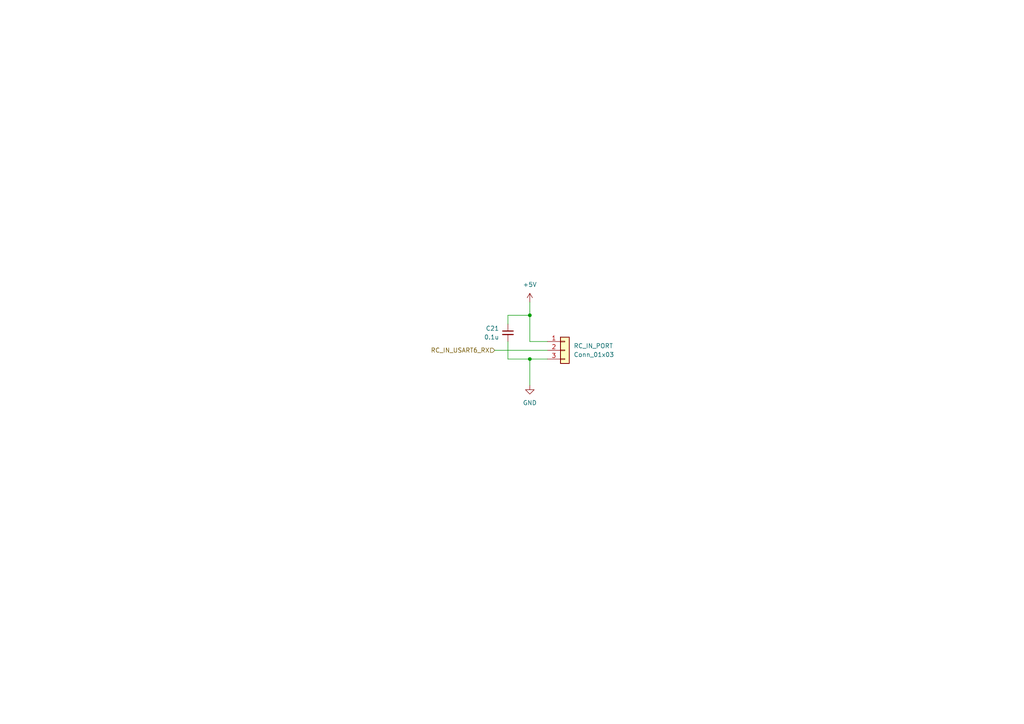
<source format=kicad_sch>
(kicad_sch (version 20231120) (generator "eeschema") (generator_version "8.0")
  (paper "A4")
  (lib_symbols
    (symbol "Connector_Generic:Conn_01x03" (pin_names (offset 1.016) hide)
      (property "Reference" "J" (at 0 5.08 0))
      (property "Value" "Conn_01x03" (at 0 -5.08 0))
      (symbol "Conn_01x03_1_1"
        (rectangle (start -1.27 -2.413) (end 0 -2.667) (stroke (width 0.1524)))
        (rectangle (start -1.27 0.127) (end 0 -0.127) (stroke (width 0.1524)))
        (rectangle (start -1.27 2.667) (end 0 2.413) (stroke (width 0.1524)))
        (rectangle (start -1.27 3.81) (end 1.27 -3.81) (stroke (width 0.254)) (fill (type background)))
        (pin passive line (at -5.08 2.54 0) (length 3.81) (name "Pin_1") (number "1"))
        (pin passive line (at -5.08 0 0) (length 3.81) (name "Pin_2") (number "2"))
        (pin passive line (at -5.08 -2.54 0) (length 3.81) (name "Pin_3") (number "3"))
      )
    )
    (symbol "Device:C_Small" (pin_numbers hide) (pin_names (offset 0.254) hide)
      (property "Reference" "C" (at 0.254 1.778 0))
      (property "Value" "C_Small" (at 0.254 -2.032 0))
      (symbol "C_Small_0_1"
        (polyline (pts (xy -1.524 -0.508) (xy 1.524 -0.508)) (stroke (width 0.3302)))
        (polyline (pts (xy -1.524 0.508) (xy 1.524 0.508)) (stroke (width 0.3048)))
      )
      (symbol "C_Small_1_1"
        (pin passive line (at 0 2.54 270) (length 2.032) (name "~") (number "1"))
        (pin passive line (at 0 -2.54 90) (length 2.032) (name "~") (number "2"))
      )
    )
    (symbol "power:+5V" (power) (pin_numbers hide) (pin_names (offset 0) hide)
      (property "Value" "+5V" (at 0 3.556 0))
      (symbol "+5V_0_1"
        (polyline (pts (xy -0.762 1.27) (xy 0 2.54)))
        (polyline (pts (xy 0 0) (xy 0 2.54)))
        (polyline (pts (xy 0 2.54) (xy 0.762 1.27)))
      )
      (symbol "+5V_1_1"
        (pin power_in line (at 0 0 90) (length 0) (name "~") (number "1"))
      )
    )
    (symbol "power:GND" (power) (pin_numbers hide) (pin_names (offset 0) hide)
      (property "Value" "GND" (at 0 -3.81 0))
      (symbol "GND_0_1"
        (polyline (pts (xy 0 0) (xy 0 -1.27) (xy 1.27 -1.27) (xy 0 -2.54) (xy -1.27 -1.27) (xy 0 -1.27)))
      )
      (symbol "GND_1_1"
        (pin power_in line (at 0 0 270) (length 0) (name "~") (number "1"))
      )
    )
  )
  (junction (at 153.67 104.14))
  (junction (at 153.67 91.44))
  (wire (pts (xy 147.32 104.14) (xy 153.67 104.14)))
  (wire (pts (xy 147.32 99.06) (xy 147.32 104.14)))
  (wire (pts (xy 153.67 99.06) (xy 153.67 91.44)))
  (wire (pts (xy 153.67 87.63) (xy 153.67 91.44)))
  (wire (pts (xy 153.67 104.14) (xy 158.75 104.14)))
  (wire (pts (xy 153.67 99.06) (xy 158.75 99.06)))
  (wire (pts (xy 153.67 104.14) (xy 153.67 111.76)))
  (wire (pts (xy 147.32 93.98) (xy 147.32 91.44)))
  (wire (pts (xy 147.32 91.44) (xy 153.67 91.44)))
  (wire (pts (xy 143.51 101.6) (xy 158.75 101.6)))
  (hierarchical_label "RC_IN_USART6_RX" (shape input) (at 143.51 101.6 180))
  (symbol (lib_id "power:+5V") (at 153.67 87.63 0) (unit 1)
    (property "Reference" "#PWR067" (effects (hide yes)))
    (property "Value" "+5V" (at 153.67 82.55 0))
    (property "Description" "Power symbol creates a global label with name \"+5V\"" (effects (hide yes)))
  )
  (symbol (lib_id "power:GND") (at 153.67 111.76 0) (unit 1)
    (property "Reference" "#PWR066" (effects (hide yes)))
    (property "Value" "GND" (at 153.67 116.84 0))
    (property "Description" "Power symbol creates a global label with name \"GND\" , ground" (effects (hide yes)))
  )
  (symbol (lib_id "Connector_Generic:Conn_01x03") (at 163.83 101.6 0) (unit 1)
    (property "Reference" "RC_IN_PORT" (at 166.37 100.3299 0) (effects (justify left)))
    (property "Value" "Conn_01x03" (at 166.37 102.8699 0) (effects (justify left)))
    (property "Description" "Generic connector, single row, 01x03, script generated (kicad-library-utils/schlib/autogen/connector/)" (effects (hide yes)))
  )
  (symbol (lib_id "Device:C_Small") (at 147.32 96.52 0) (unit 1)
    (property "Reference" "C21" (at 144.78 95.2562 0) (effects (justify right)))
    (property "Value" "0.1u" (at 144.78 97.7962 0) (effects (justify right)))
    (property "Description" "Unpolarized capacitor, small symbol" (effects (hide yes)))
  )
)
</source>
